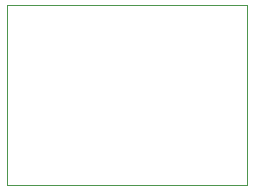
<source format=gbr>
%TF.GenerationSoftware,KiCad,Pcbnew,(6.0.4)*%
%TF.CreationDate,2022-06-04T14:48:56+09:00*%
%TF.ProjectId,line_sensor,6c696e65-5f73-4656-9e73-6f722e6b6963,rev?*%
%TF.SameCoordinates,Original*%
%TF.FileFunction,Profile,NP*%
%FSLAX46Y46*%
G04 Gerber Fmt 4.6, Leading zero omitted, Abs format (unit mm)*
G04 Created by KiCad (PCBNEW (6.0.4)) date 2022-06-04 14:48:56*
%MOMM*%
%LPD*%
G01*
G04 APERTURE LIST*
%TA.AperFunction,Profile*%
%ADD10C,0.100000*%
%TD*%
G04 APERTURE END LIST*
D10*
X129540000Y-81280000D02*
X149860000Y-81280000D01*
X149860000Y-81280000D02*
X149860000Y-96520000D01*
X149860000Y-96520000D02*
X129540000Y-96520000D01*
X129540000Y-96520000D02*
X129540000Y-81280000D01*
M02*

</source>
